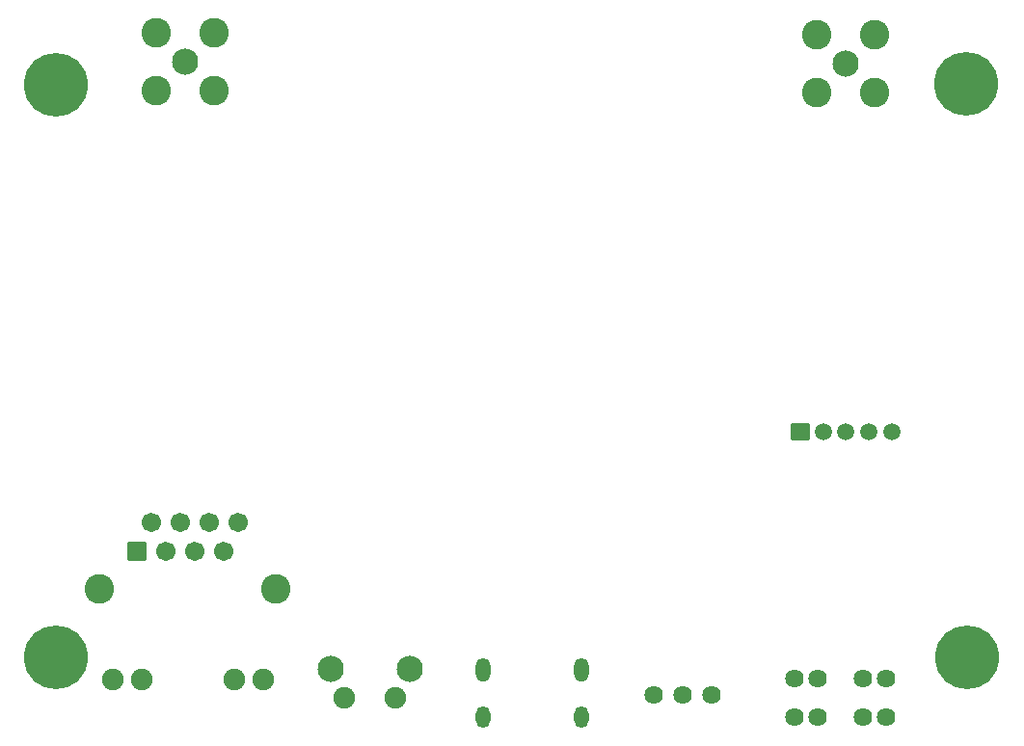
<source format=gbs>
G04 Layer: BottomSolderMaskLayer*
G04 EasyEDA v6.5.23, 2023-05-28 22:20:17*
G04 a98212a221284062af17828272900665,7a5a352eff0f4c5696d858f44224924f,10*
G04 Gerber Generator version 0.2*
G04 Scale: 100 percent, Rotated: No, Reflected: No *
G04 Dimensions in millimeters *
G04 leading zeros omitted , absolute positions ,4 integer and 5 decimal *
%FSLAX45Y45*%
%MOMM*%

%AMMACRO1*1,1,$1,$2,$3*1,1,$1,$4,$5*1,1,$1,0-$2,0-$3*1,1,$1,0-$4,0-$5*20,1,$1,$2,$3,$4,$5,0*20,1,$1,$4,$5,0-$2,0-$3,0*20,1,$1,0-$2,0-$3,0-$4,0-$5,0*20,1,$1,0-$4,0-$5,$2,$3,0*4,1,4,$2,$3,$4,$5,0-$2,0-$3,0-$4,0-$5,$2,$3,0*%
%ADD10C,5.6032*%
%ADD11C,0.8032*%
%ADD12C,1.5016*%
%ADD13MACRO1,0.1016X-0.762X0.7X0.762X0.7*%
%ADD14O,1.3015976000000002X1.9015964*%
%ADD15O,1.3015976000000002X2.1015960000000002*%
%ADD16MACRO1,0.1016X-0.8X0.8X0.8X0.8*%
%ADD17C,1.7016*%
%ADD18C,1.9016*%
%ADD19C,2.6016*%
%ADD20C,2.3016*%
%ADD21C,1.6256*%

%LPD*%
D10*
G01*
X9601200Y7289800D03*
D11*
G01*
X9803688Y7289800D03*
G01*
X9744379Y7146620D03*
G01*
X9601200Y7087311D03*
G01*
X9458020Y7146620D03*
G01*
X9398711Y7289800D03*
G01*
X9458020Y7432979D03*
G01*
X9601200Y7492288D03*
G01*
X9744379Y7432979D03*
D10*
G01*
X9613900Y2247900D03*
D11*
G01*
X9816388Y2247900D03*
G01*
X9757079Y2104720D03*
G01*
X9613900Y2045411D03*
G01*
X9470720Y2104720D03*
G01*
X9411411Y2247900D03*
G01*
X9470720Y2391079D03*
G01*
X9613900Y2450388D03*
G01*
X9757079Y2391079D03*
D10*
G01*
X1612900Y2247900D03*
D11*
G01*
X1815388Y2247900D03*
G01*
X1756079Y2104720D03*
G01*
X1612900Y2045411D03*
G01*
X1469720Y2104720D03*
G01*
X1410411Y2247900D03*
G01*
X1469720Y2391079D03*
G01*
X1612900Y2450388D03*
G01*
X1756079Y2391079D03*
D10*
G01*
X1612900Y7277100D03*
D11*
G01*
X1815388Y7277100D03*
G01*
X1756079Y7133920D03*
G01*
X1612900Y7074611D03*
G01*
X1469720Y7133920D03*
G01*
X1410411Y7277100D03*
G01*
X1469720Y7420279D03*
G01*
X1612900Y7479588D03*
G01*
X1756079Y7420279D03*
D12*
G01*
X8947099Y4229100D03*
G01*
X8747099Y4229100D03*
G01*
X8547100Y4229100D03*
G01*
X8347100Y4229100D03*
D13*
G01*
X8147100Y4229100D03*
D14*
G01*
X6223685Y1721154D03*
D15*
G01*
X6223685Y2139137D03*
G01*
X5358663Y2139137D03*
D14*
G01*
X5358663Y1721154D03*
D16*
G01*
X2323599Y3178695D03*
D17*
G01*
X2450591Y3432682D03*
G01*
X2577591Y3178682D03*
G01*
X2704591Y3432682D03*
G01*
X2831591Y3178682D03*
G01*
X2958591Y3432682D03*
G01*
X3085591Y3178682D03*
G01*
X3212591Y3432682D03*
D18*
G01*
X2106091Y2053691D03*
G01*
X2360091Y2053691D03*
G01*
X3177108Y2053691D03*
G01*
X3431108Y2053691D03*
D19*
G01*
X1994103Y2848686D03*
G01*
X3543096Y2848686D03*
D20*
G01*
X8547125Y7467600D03*
D19*
G01*
X8802115Y7722590D03*
G01*
X8292109Y7722590D03*
G01*
X8292109Y7212584D03*
G01*
X8802115Y7212584D03*
D20*
G01*
X2743225Y7480300D03*
D19*
G01*
X2998215Y7735290D03*
G01*
X2488209Y7735290D03*
G01*
X2488209Y7225284D03*
G01*
X2998215Y7225284D03*
D18*
G01*
X4143781Y1892300D03*
G01*
X4593818Y1892300D03*
D20*
G01*
X4718811Y2146300D03*
G01*
X4018813Y2146300D03*
D21*
G01*
X8096300Y1722297D03*
G01*
X8296300Y1722297D03*
G01*
X8696299Y1722297D03*
G01*
X8896299Y1722297D03*
G01*
X8896299Y2062302D03*
G01*
X8696299Y2062302D03*
G01*
X8296300Y2062302D03*
G01*
X8096300Y2062302D03*
G01*
X6858000Y1917700D03*
G01*
X7366000Y1917700D03*
G01*
X7112000Y1917700D03*
M02*

</source>
